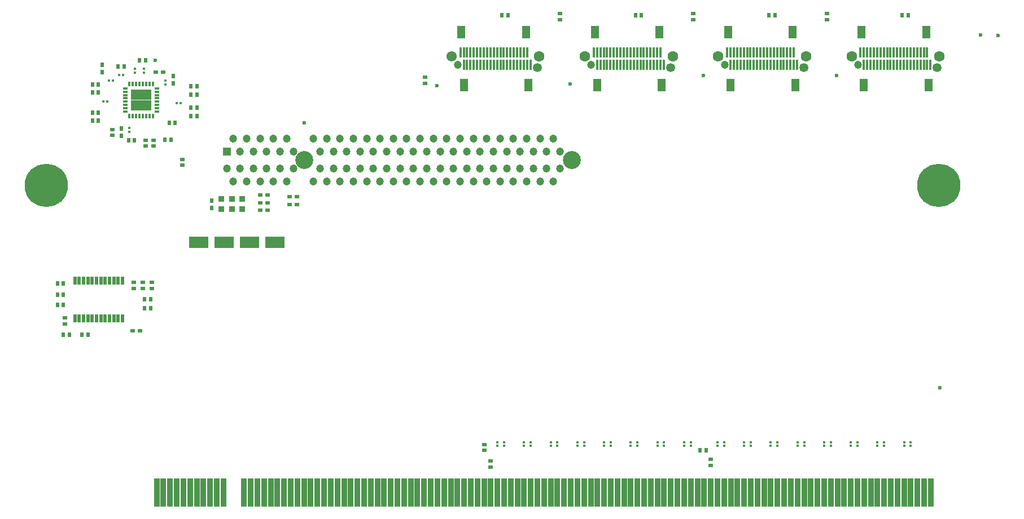
<source format=gbr>
%TF.GenerationSoftware,KiCad,Pcbnew,(5.1.6)-1*%
%TF.CreationDate,2022-02-23T11:46:10+01:00*%
%TF.ProjectId,Riser Leopard 2OU PCIe x8 4xOculink,52697365-7220-44c6-956f-706172642032,rev?*%
%TF.SameCoordinates,PX459e440PY54cbc38*%
%TF.FileFunction,Soldermask,Top*%
%TF.FilePolarity,Negative*%
%FSLAX46Y46*%
G04 Gerber Fmt 4.6, Leading zero omitted, Abs format (unit mm)*
G04 Created by KiCad (PCBNEW (5.1.6)-1) date 2022-02-23 11:46:10*
%MOMM*%
%LPD*%
G01*
G04 APERTURE LIST*
%ADD10R,0.500000X0.700000*%
%ADD11R,0.900000X4.300000*%
%ADD12R,2.900000X1.700000*%
%ADD13R,0.700000X0.600000*%
%ADD14R,0.850000X0.900000*%
%ADD15R,0.600000X0.700000*%
%ADD16R,0.450000X0.400000*%
%ADD17R,0.400000X0.450000*%
%ADD18R,0.410000X1.500000*%
%ADD19C,1.600000*%
%ADD20C,1.200000*%
%ADD21C,1.350000*%
%ADD22R,1.300000X1.900000*%
%ADD23C,1.550000*%
%ADD24R,0.700000X0.500000*%
%ADD25C,0.600000*%
%ADD26R,1.650000X1.650000*%
%ADD27R,0.350000X0.700000*%
%ADD28R,0.700000X0.350000*%
%ADD29R,1.200000X1.200000*%
%ADD30C,2.700000*%
%ADD31C,6.500000*%
%ADD32C,0.900000*%
%ADD33R,0.500000X1.200000*%
G04 APERTURE END LIST*
D10*
%TO.C,R34*%
X14800000Y-17035000D03*
X15700000Y-17035000D03*
%TD*%
D11*
%TO.C,J1*%
X74700000Y-46085000D03*
X77700000Y-46085000D03*
X85700000Y-46085000D03*
X97700000Y-46085000D03*
X86700000Y-46085000D03*
X89700000Y-46085000D03*
X73700000Y-46085000D03*
X80700000Y-46085000D03*
X91700000Y-46085000D03*
X93700000Y-46085000D03*
X81700000Y-46085000D03*
X75700000Y-46085000D03*
X87700000Y-46085000D03*
X94700000Y-46085000D03*
X95700000Y-46085000D03*
X84700000Y-46085000D03*
X90700000Y-46085000D03*
X83700000Y-46085000D03*
X79700000Y-46085000D03*
X76700000Y-46085000D03*
X82700000Y-46085000D03*
X99700000Y-46085000D03*
X98700000Y-46085000D03*
X88700000Y-46085000D03*
X78700000Y-46085000D03*
X92700000Y-46085000D03*
X96700000Y-46085000D03*
X72700000Y-46085000D03*
X64700000Y-46085000D03*
X58700000Y-46085000D03*
X60700000Y-46085000D03*
X56700000Y-46085000D03*
X50700000Y-46085000D03*
X48700000Y-46085000D03*
X40700000Y-46085000D03*
X55700000Y-46085000D03*
X46700000Y-46085000D03*
X42700000Y-46085000D03*
X54700000Y-46085000D03*
X44700000Y-46085000D03*
X41700000Y-46085000D03*
X52700000Y-46085000D03*
X71700000Y-46085000D03*
X70700000Y-46085000D03*
X69700000Y-46085000D03*
X68700000Y-46085000D03*
X59700000Y-46085000D03*
X57700000Y-46085000D03*
X51700000Y-46085000D03*
X49700000Y-46085000D03*
X66700000Y-46085000D03*
X67700000Y-46085000D03*
X45700000Y-46085000D03*
X61700000Y-46085000D03*
X53700000Y-46085000D03*
X43700000Y-46085000D03*
X65700000Y-46085000D03*
X47700000Y-46085000D03*
X63700000Y-46085000D03*
X62700000Y-46085000D03*
X29700000Y-46085000D03*
X16600000Y-46085000D03*
X36700000Y-46085000D03*
X35700000Y-46085000D03*
X34700000Y-46085000D03*
X33700000Y-46085000D03*
X31700000Y-46085000D03*
X30700000Y-46085000D03*
X39700000Y-46085000D03*
X38700000Y-46085000D03*
X32700000Y-46085000D03*
X37700000Y-46085000D03*
X21600000Y-46085000D03*
X24600000Y-46085000D03*
X23600000Y-46085000D03*
X19600000Y-46085000D03*
X22600000Y-46085000D03*
X20600000Y-46085000D03*
X25600000Y-46085000D03*
X26600000Y-46085000D03*
X17600000Y-46085000D03*
X18600000Y-46085000D03*
X100700000Y-46085000D03*
X101700000Y-46085000D03*
X102700000Y-46085000D03*
X103700000Y-46085000D03*
X104700000Y-46085000D03*
X105700000Y-46085000D03*
X106700000Y-46085000D03*
X107700000Y-46085000D03*
X108700000Y-46085000D03*
X109700000Y-46085000D03*
X110700000Y-46085000D03*
X111700000Y-46085000D03*
X112700000Y-46085000D03*
X113700000Y-46085000D03*
X114700000Y-46085000D03*
X115700000Y-46085000D03*
X116700000Y-46085000D03*
X117700000Y-46085000D03*
X118700000Y-46085000D03*
X119700000Y-46085000D03*
X120700000Y-46085000D03*
X121700000Y-46085000D03*
X122700000Y-46085000D03*
X123700000Y-46085000D03*
X124700000Y-46085000D03*
X125700000Y-46085000D03*
X126700000Y-46085000D03*
X127700000Y-46085000D03*
X128700000Y-46085000D03*
X129700000Y-46085000D03*
X130700000Y-46085000D03*
X131700000Y-46085000D03*
X132700000Y-46085000D03*
%TD*%
D12*
%TO.C,C1*%
X30550000Y-8485000D03*
X34350000Y-8485000D03*
%TD*%
D13*
%TO.C,C2*%
X32100000Y-1385000D03*
X33200000Y-1385000D03*
%TD*%
%TO.C,C3*%
X33200000Y-2560000D03*
X32100000Y-2560000D03*
%TD*%
%TO.C,C4*%
X33200000Y-3735000D03*
X32100000Y-3735000D03*
%TD*%
%TO.C,C5*%
X37600000Y-1685000D03*
X36500000Y-1685000D03*
%TD*%
%TO.C,C6*%
X36495001Y-2890001D03*
X37595001Y-2890001D03*
%TD*%
D12*
%TO.C,C7*%
X22875000Y-8485000D03*
X26675000Y-8485000D03*
%TD*%
D14*
%TO.C,C8*%
X29400000Y-2035000D03*
X29400000Y-3535000D03*
%TD*%
%TO.C,C9*%
X27850000Y-3535000D03*
X27850000Y-2035000D03*
%TD*%
%TO.C,C10*%
X26300000Y-2035000D03*
X26300000Y-3535000D03*
%TD*%
D15*
%TO.C,C11*%
X24875000Y-3335000D03*
X24875000Y-2235000D03*
%TD*%
D16*
%TO.C,C12*%
X83700000Y-38555000D03*
X83700000Y-39115000D03*
%TD*%
%TO.C,C13*%
X87700000Y-38555000D03*
X87700000Y-39115000D03*
%TD*%
%TO.C,C14*%
X91700000Y-38555000D03*
X91700000Y-39115000D03*
%TD*%
%TO.C,C15*%
X95700000Y-39115000D03*
X95700000Y-38555000D03*
%TD*%
%TO.C,C16*%
X84700000Y-39115000D03*
X84700000Y-38555000D03*
%TD*%
%TO.C,C17*%
X88700000Y-39115000D03*
X88700000Y-38555000D03*
%TD*%
%TO.C,C18*%
X92700000Y-39115000D03*
X92700000Y-38555000D03*
%TD*%
%TO.C,C19*%
X96700000Y-39115000D03*
X96700000Y-38555000D03*
%TD*%
%TO.C,C20*%
X67700000Y-38555000D03*
X67700000Y-39115000D03*
%TD*%
%TO.C,C21*%
X71700000Y-38555000D03*
X71700000Y-39115000D03*
%TD*%
%TO.C,C22*%
X75700000Y-38555000D03*
X75700000Y-39115000D03*
%TD*%
%TO.C,C23*%
X79700000Y-38555000D03*
X79700000Y-39115000D03*
%TD*%
%TO.C,C24*%
X68700000Y-39115000D03*
X68700000Y-38555000D03*
%TD*%
%TO.C,C25*%
X72700000Y-39115000D03*
X72700000Y-38555000D03*
%TD*%
%TO.C,C26*%
X76700000Y-39115000D03*
X76700000Y-38555000D03*
%TD*%
%TO.C,C27*%
X80700000Y-39115000D03*
X80700000Y-38555000D03*
%TD*%
%TO.C,C28*%
X116700000Y-38555000D03*
X116700000Y-39115000D03*
%TD*%
%TO.C,C29*%
X120700000Y-39115000D03*
X120700000Y-38555000D03*
%TD*%
%TO.C,C30*%
X124700000Y-39115000D03*
X124700000Y-38555000D03*
%TD*%
%TO.C,C31*%
X128700000Y-39115000D03*
X128700000Y-38555000D03*
%TD*%
%TO.C,C32*%
X117700000Y-38555000D03*
X117700000Y-39115000D03*
%TD*%
%TO.C,C33*%
X121700000Y-38555000D03*
X121700000Y-39115000D03*
%TD*%
%TO.C,C34*%
X125700000Y-38555000D03*
X125700000Y-39115000D03*
%TD*%
%TO.C,C35*%
X129700000Y-38555000D03*
X129700000Y-39115000D03*
%TD*%
%TO.C,C36*%
X100700000Y-39115000D03*
X100700000Y-38555000D03*
%TD*%
%TO.C,C37*%
X104700000Y-39115000D03*
X104700000Y-38555000D03*
%TD*%
%TO.C,C38*%
X108700000Y-39115000D03*
X108700000Y-38555000D03*
%TD*%
%TO.C,C39*%
X112700000Y-38555000D03*
X112700000Y-39115000D03*
%TD*%
%TO.C,C40*%
X101700000Y-38555000D03*
X101700000Y-39115000D03*
%TD*%
%TO.C,C41*%
X105700000Y-38555000D03*
X105700000Y-39115000D03*
%TD*%
%TO.C,C42*%
X109700000Y-38555000D03*
X109700000Y-39115000D03*
%TD*%
%TO.C,C43*%
X113700000Y-39115000D03*
X113700000Y-38555000D03*
%TD*%
%TO.C,C44*%
X12500000Y8645000D03*
X12500000Y8085000D03*
%TD*%
D17*
%TO.C,C45*%
X11530000Y16615000D03*
X10970000Y16615000D03*
%TD*%
D16*
%TO.C,C46*%
X14700000Y17545000D03*
X14700000Y16985000D03*
%TD*%
D15*
%TO.C,C47*%
X11300000Y8540000D03*
X11300000Y7440000D03*
%TD*%
D13*
%TO.C,C48*%
X17600000Y17015000D03*
X16500000Y17015000D03*
%TD*%
D15*
%TO.C,C49*%
X19075000Y15340000D03*
X19075000Y16440000D03*
%TD*%
%TO.C,C50*%
X8450000Y18165000D03*
X8450000Y17065000D03*
%TD*%
D17*
%TO.C,C51*%
X10030000Y15765000D03*
X9470000Y15765000D03*
%TD*%
%TO.C,C52*%
X19595000Y12365000D03*
X20155000Y12365000D03*
%TD*%
D16*
%TO.C,C53*%
X13300000Y16985000D03*
X13300000Y17545000D03*
%TD*%
D17*
%TO.C,C54*%
X8620000Y12615000D03*
X9180000Y12615000D03*
%TD*%
D16*
%TO.C,C55*%
X17925000Y15770000D03*
X17925000Y15210000D03*
%TD*%
D13*
%TO.C,C56*%
X14050000Y-21835000D03*
X12950000Y-21835000D03*
%TD*%
D18*
%TO.C,J2*%
X82650000Y18125000D03*
X83150000Y18125000D03*
X83650000Y18125000D03*
X84150000Y18125000D03*
X84650000Y18125000D03*
X85150000Y18125000D03*
X85650000Y18125000D03*
X86150000Y18125000D03*
X86650000Y18125000D03*
X87150000Y18125000D03*
X87650000Y18125000D03*
X88150000Y18125000D03*
X88650000Y18125000D03*
X89150000Y18125000D03*
X89650000Y18125000D03*
X90150000Y18125000D03*
X90650000Y18125000D03*
X91150000Y18125000D03*
X91650000Y18125000D03*
X92150000Y18125000D03*
X92650000Y18125000D03*
X82150000Y20025000D03*
X82650000Y20025000D03*
X83150000Y20025000D03*
X83650000Y20025000D03*
X84150000Y20025000D03*
X84650000Y20025000D03*
X85150000Y20025000D03*
X85650000Y20025000D03*
X86150000Y20025000D03*
X86650000Y20025000D03*
X87150000Y20025000D03*
X87650000Y20025000D03*
X88150000Y20025000D03*
X88650000Y20025000D03*
X89150000Y20025000D03*
X89650000Y20025000D03*
X90150000Y20025000D03*
X90650000Y20025000D03*
X91150000Y20025000D03*
X91650000Y20025000D03*
X92150000Y20025000D03*
D19*
X80820000Y19385000D03*
X93980000Y19385000D03*
D20*
X81780000Y18125000D03*
D21*
X93680000Y17765000D03*
D22*
X82650000Y15075000D03*
X82300000Y23075000D03*
X92000000Y23075000D03*
X92350000Y15075000D03*
%TD*%
%TO.C,J3*%
X72350000Y15075000D03*
X72000000Y23075000D03*
X62300000Y23075000D03*
X62650000Y15075000D03*
D21*
X73680000Y17765000D03*
D20*
X61780000Y18125000D03*
D19*
X73980000Y19385000D03*
D23*
X60820000Y19385000D03*
D18*
X72150000Y20025000D03*
X71650000Y20025000D03*
X71150000Y20025000D03*
X70650000Y20025000D03*
X70150000Y20025000D03*
X69650000Y20025000D03*
X69150000Y20025000D03*
X68650000Y20025000D03*
X68150000Y20025000D03*
X67650000Y20025000D03*
X67150000Y20025000D03*
X66650000Y20025000D03*
X66150000Y20025000D03*
X65650000Y20025000D03*
X65150000Y20025000D03*
X64650000Y20025000D03*
X64150000Y20025000D03*
X63650000Y20025000D03*
X63150000Y20025000D03*
X62650000Y20025000D03*
X62150000Y20025000D03*
X72650000Y18125000D03*
X72150000Y18125000D03*
X71650000Y18125000D03*
X71150000Y18125000D03*
X70650000Y18125000D03*
X70150000Y18125000D03*
X69650000Y18125000D03*
X69150000Y18125000D03*
X68650000Y18125000D03*
X68150000Y18125000D03*
X67650000Y18125000D03*
X67150000Y18125000D03*
X66650000Y18125000D03*
X66150000Y18125000D03*
X65650000Y18125000D03*
X65150000Y18125000D03*
X64650000Y18125000D03*
X64150000Y18125000D03*
X63650000Y18125000D03*
X63150000Y18125000D03*
X62650000Y18125000D03*
%TD*%
D22*
%TO.C,J4*%
X132350000Y15075000D03*
X132000000Y23075000D03*
X122300000Y23075000D03*
X122650000Y15075000D03*
D21*
X133680000Y17765000D03*
D20*
X121780000Y18125000D03*
D19*
X133980000Y19385000D03*
X120820000Y19385000D03*
D18*
X132150000Y20025000D03*
X131650000Y20025000D03*
X131150000Y20025000D03*
X130650000Y20025000D03*
X130150000Y20025000D03*
X129650000Y20025000D03*
X129150000Y20025000D03*
X128650000Y20025000D03*
X128150000Y20025000D03*
X127650000Y20025000D03*
X127150000Y20025000D03*
X126650000Y20025000D03*
X126150000Y20025000D03*
X125650000Y20025000D03*
X125150000Y20025000D03*
X124650000Y20025000D03*
X124150000Y20025000D03*
X123650000Y20025000D03*
X123150000Y20025000D03*
X122650000Y20025000D03*
X122150000Y20025000D03*
X132650000Y18125000D03*
X132150000Y18125000D03*
X131650000Y18125000D03*
X131150000Y18125000D03*
X130650000Y18125000D03*
X130150000Y18125000D03*
X129650000Y18125000D03*
X129150000Y18125000D03*
X128650000Y18125000D03*
X128150000Y18125000D03*
X127650000Y18125000D03*
X127150000Y18125000D03*
X126650000Y18125000D03*
X126150000Y18125000D03*
X125650000Y18125000D03*
X125150000Y18125000D03*
X124650000Y18125000D03*
X124150000Y18125000D03*
X123650000Y18125000D03*
X123150000Y18125000D03*
X122650000Y18125000D03*
%TD*%
%TO.C,J5*%
X102650000Y18125000D03*
X103150000Y18125000D03*
X103650000Y18125000D03*
X104150000Y18125000D03*
X104650000Y18125000D03*
X105150000Y18125000D03*
X105650000Y18125000D03*
X106150000Y18125000D03*
X106650000Y18125000D03*
X107150000Y18125000D03*
X107650000Y18125000D03*
X108150000Y18125000D03*
X108650000Y18125000D03*
X109150000Y18125000D03*
X109650000Y18125000D03*
X110150000Y18125000D03*
X110650000Y18125000D03*
X111150000Y18125000D03*
X111650000Y18125000D03*
X112150000Y18125000D03*
X112650000Y18125000D03*
X102150000Y20025000D03*
X102650000Y20025000D03*
X103150000Y20025000D03*
X103650000Y20025000D03*
X104150000Y20025000D03*
X104650000Y20025000D03*
X105150000Y20025000D03*
X105650000Y20025000D03*
X106150000Y20025000D03*
X106650000Y20025000D03*
X107150000Y20025000D03*
X107650000Y20025000D03*
X108150000Y20025000D03*
X108650000Y20025000D03*
X109150000Y20025000D03*
X109650000Y20025000D03*
X110150000Y20025000D03*
X110650000Y20025000D03*
X111150000Y20025000D03*
X111650000Y20025000D03*
X112150000Y20025000D03*
D19*
X100820000Y19385000D03*
X113980000Y19385000D03*
D20*
X101780000Y18125000D03*
D21*
X113680000Y17765000D03*
D22*
X102650000Y15075000D03*
X102300000Y23075000D03*
X112000000Y23075000D03*
X112350000Y15075000D03*
%TD*%
D24*
%TO.C,R1*%
X66700000Y-42285000D03*
X66700000Y-41385000D03*
%TD*%
D10*
%TO.C,R2*%
X99000000Y-39785000D03*
X98100000Y-39785000D03*
%TD*%
D24*
%TO.C,R3*%
X20400000Y3065000D03*
X20400000Y3965000D03*
%TD*%
%TO.C,R4*%
X99700000Y-42035000D03*
X99700000Y-41135000D03*
%TD*%
%TO.C,R5*%
X65700000Y-38885000D03*
X65700000Y-39785000D03*
%TD*%
%TO.C,R6*%
X77100000Y25815000D03*
X77100000Y24915000D03*
%TD*%
%TO.C,R7*%
X56850000Y15365000D03*
X56850000Y16265000D03*
%TD*%
D10*
%TO.C,R8*%
X88400000Y25565000D03*
X89300000Y25565000D03*
%TD*%
%TO.C,R9*%
X68400000Y25565000D03*
X69300000Y25565000D03*
%TD*%
D24*
%TO.C,R10*%
X117100000Y24915000D03*
X117100000Y25815000D03*
%TD*%
%TO.C,R11*%
X97100000Y24915000D03*
X97100000Y25815000D03*
%TD*%
D10*
%TO.C,R12*%
X129300000Y25565000D03*
X128400000Y25565000D03*
%TD*%
%TO.C,R13*%
X108400000Y25565000D03*
X109300000Y25565000D03*
%TD*%
%TO.C,R14*%
X19375000Y9415000D03*
X18475000Y9415000D03*
%TD*%
D24*
%TO.C,R15*%
X14900000Y5940000D03*
X14900000Y6840000D03*
%TD*%
%TO.C,R16*%
X16125000Y6840000D03*
X16125000Y5940000D03*
%TD*%
D10*
%TO.C,R17*%
X10800000Y17915000D03*
X11700000Y17915000D03*
%TD*%
%TO.C,R18*%
X12375000Y6765000D03*
X13275000Y6765000D03*
%TD*%
%TO.C,R19*%
X17825000Y6865000D03*
X18725000Y6865000D03*
%TD*%
%TO.C,R20*%
X14900000Y18815000D03*
X14000000Y18815000D03*
%TD*%
D24*
%TO.C,R21*%
X9975000Y8440000D03*
X9975000Y7540000D03*
%TD*%
D10*
%TO.C,R22*%
X7850000Y15215000D03*
X6950000Y15215000D03*
%TD*%
%TO.C,R23*%
X6950000Y13990000D03*
X7850000Y13990000D03*
%TD*%
%TO.C,R24*%
X7850000Y10965000D03*
X6950000Y10965000D03*
%TD*%
%TO.C,R25*%
X6950000Y9740000D03*
X7850000Y9740000D03*
%TD*%
%TO.C,R26*%
X22600000Y11690000D03*
X21700000Y11690000D03*
%TD*%
%TO.C,R27*%
X21700000Y10465000D03*
X22600000Y10465000D03*
%TD*%
%TO.C,R28*%
X22600000Y14890000D03*
X21700000Y14890000D03*
%TD*%
%TO.C,R29*%
X21700000Y13665000D03*
X22600000Y13665000D03*
%TD*%
D24*
%TO.C,R30*%
X15850000Y-14535000D03*
X15850000Y-15435000D03*
%TD*%
%TO.C,R31*%
X14500000Y-14535000D03*
X14500000Y-15435000D03*
%TD*%
%TO.C,R32*%
X13200000Y-14535000D03*
X13200000Y-15435000D03*
%TD*%
D10*
%TO.C,R33*%
X14800000Y-18435000D03*
X15700000Y-18435000D03*
%TD*%
%TO.C,R35*%
X1700000Y-17885000D03*
X2600000Y-17885000D03*
%TD*%
D24*
%TO.C,R36*%
X2800000Y-20785000D03*
X2800000Y-19885000D03*
%TD*%
D10*
%TO.C,R37*%
X2600000Y-14685000D03*
X1700000Y-14685000D03*
%TD*%
%TO.C,R38*%
X2600000Y-16435000D03*
X1700000Y-16435000D03*
%TD*%
%TO.C,R39*%
X6300000Y-22435000D03*
X5400000Y-22435000D03*
%TD*%
%TO.C,R40*%
X2600000Y-22435000D03*
X3500000Y-22435000D03*
%TD*%
D25*
%TO.C,TP1*%
X134100000Y-30385000D03*
%TD*%
%TO.C,TP2*%
X38700000Y9465000D03*
%TD*%
%TO.C,TP3*%
X78600000Y15265000D03*
%TD*%
%TO.C,TP4*%
X58600000Y15015000D03*
%TD*%
%TO.C,TP5*%
X118600000Y16515000D03*
%TD*%
%TO.C,TP6*%
X140200000Y22615000D03*
%TD*%
%TO.C,TP8*%
X98600000Y16515000D03*
%TD*%
%TO.C,TP9*%
X142750000Y22565000D03*
%TD*%
%TO.C,TP11*%
X16350000Y18815000D03*
%TD*%
D26*
%TO.C,U2*%
X15025000Y12090000D03*
D27*
X12500000Y15265000D03*
X13000000Y15265000D03*
X13500000Y15265000D03*
X14000000Y15265000D03*
X14500000Y15265000D03*
X15000000Y15265000D03*
X15500000Y15265000D03*
X16000000Y15265000D03*
D28*
X16650000Y14615000D03*
X16650000Y14115000D03*
X16650000Y13615000D03*
X16650000Y13115000D03*
X16650000Y12615000D03*
X16650000Y12115000D03*
X16650000Y11615000D03*
X16650000Y11115000D03*
D27*
X16000000Y10465000D03*
X15500000Y10465000D03*
X15000000Y10465000D03*
X14500000Y10465000D03*
X14000000Y10465000D03*
X13500000Y10465000D03*
X13000000Y10465000D03*
X12500000Y10465000D03*
D28*
X11850000Y11115000D03*
X11850000Y11615000D03*
X11850000Y12115000D03*
X11850000Y12615000D03*
X11850000Y13115000D03*
X11850000Y13615000D03*
X11850000Y14115000D03*
X11850000Y14615000D03*
D26*
X15025000Y13640000D03*
X13475000Y13640000D03*
X13475000Y12090000D03*
%TD*%
D20*
%TO.C,J6*%
X66090000Y7095000D03*
X69090000Y5095000D03*
X73090000Y5095000D03*
X72090000Y7095000D03*
X71090000Y5095000D03*
X70090000Y7095000D03*
X68090000Y7095000D03*
X67090000Y5095000D03*
X60090000Y595000D03*
X66090000Y595000D03*
X40090000Y595000D03*
X37090000Y2595000D03*
X54090000Y595000D03*
X48090000Y595000D03*
X42090000Y595000D03*
X44090000Y595000D03*
X27090000Y2595000D03*
X46090000Y595000D03*
X52090000Y595000D03*
X49090000Y2595000D03*
X29090000Y2595000D03*
X35090000Y2595000D03*
X30090000Y595000D03*
X65090000Y2595000D03*
X63090000Y2595000D03*
X61090000Y2595000D03*
X55090000Y2595000D03*
X31090000Y2595000D03*
X47090000Y2595000D03*
X53090000Y2595000D03*
X43090000Y2595000D03*
X36090000Y595000D03*
X64090000Y595000D03*
X34090000Y595000D03*
X51090000Y2595000D03*
X50090000Y595000D03*
X32090000Y595000D03*
X45090000Y2595000D03*
X28090000Y595000D03*
X41090000Y2595000D03*
X62090000Y595000D03*
X57090000Y2595000D03*
X59090000Y2595000D03*
X58090000Y595000D03*
X56090000Y595000D03*
X33090000Y2595000D03*
X42090000Y7095000D03*
X41090000Y5095000D03*
X43090000Y5095000D03*
X52090000Y7095000D03*
X57090000Y5095000D03*
X55090000Y5095000D03*
X56090000Y7095000D03*
X54090000Y7095000D03*
X51090000Y5095000D03*
X53090000Y5095000D03*
X50090000Y7095000D03*
X75090000Y2595000D03*
X74090000Y595000D03*
X73090000Y2595000D03*
X77090000Y2595000D03*
X70090000Y595000D03*
X68090000Y595000D03*
X71090000Y2595000D03*
X69090000Y2595000D03*
X76090000Y595000D03*
X72090000Y595000D03*
X67090000Y2595000D03*
X59090000Y5095000D03*
X63090000Y5095000D03*
X62090000Y7095000D03*
X61090000Y5095000D03*
X65090000Y5095000D03*
X60090000Y7095000D03*
X58090000Y7095000D03*
X64090000Y7095000D03*
X49090000Y5095000D03*
X48090000Y7095000D03*
X47090000Y5095000D03*
X33090000Y5095000D03*
X34090000Y7095000D03*
X31090000Y5095000D03*
X32090000Y7095000D03*
X35090000Y5095000D03*
X40090000Y7095000D03*
X37090000Y5095000D03*
X36090000Y7095000D03*
D29*
X27090000Y5095000D03*
D20*
X28090000Y7095000D03*
X30090000Y7095000D03*
X29090000Y5095000D03*
D30*
X78890000Y3845000D03*
X38740000Y3845000D03*
D20*
X77090000Y5095000D03*
X75090000Y5095000D03*
X74090000Y7095000D03*
X76090000Y7095000D03*
X44090000Y7095000D03*
X46090000Y7095000D03*
X45090000Y5095000D03*
%TD*%
D31*
%TO.C,H1*%
X0Y0D03*
D32*
X2400000Y0D03*
X-1697056Y-1697056D03*
X1697056Y-1697056D03*
X0Y-2400000D03*
X-2400000Y0D03*
X1697056Y1697056D03*
X0Y2400000D03*
X-1697056Y1697056D03*
%TD*%
%TO.C,H2*%
X132202944Y1697056D03*
X133900000Y2400000D03*
X135597056Y1697056D03*
X131500000Y0D03*
X133900000Y-2400000D03*
X135597056Y-1697056D03*
X132202944Y-1697056D03*
X136300000Y0D03*
D31*
X133900000Y0D03*
%TD*%
D33*
%TO.C,U3*%
X11475000Y-19985000D03*
X10825000Y-19985000D03*
X10175000Y-19985000D03*
X9525000Y-19985000D03*
X8875000Y-19985000D03*
X8225000Y-19985000D03*
X7575000Y-19985000D03*
X6925000Y-19985000D03*
X6275000Y-19985000D03*
X5625000Y-19985000D03*
X4975000Y-19985000D03*
X4325000Y-19985000D03*
X4325000Y-14285000D03*
X4975000Y-14285000D03*
X5625000Y-14285000D03*
X6275000Y-14285000D03*
X6925000Y-14285000D03*
X7575000Y-14285000D03*
X8225000Y-14285000D03*
X8875000Y-14285000D03*
X9525000Y-14285000D03*
X10175000Y-14285000D03*
X10825000Y-14285000D03*
X11475000Y-14285000D03*
%TD*%
M02*

</source>
